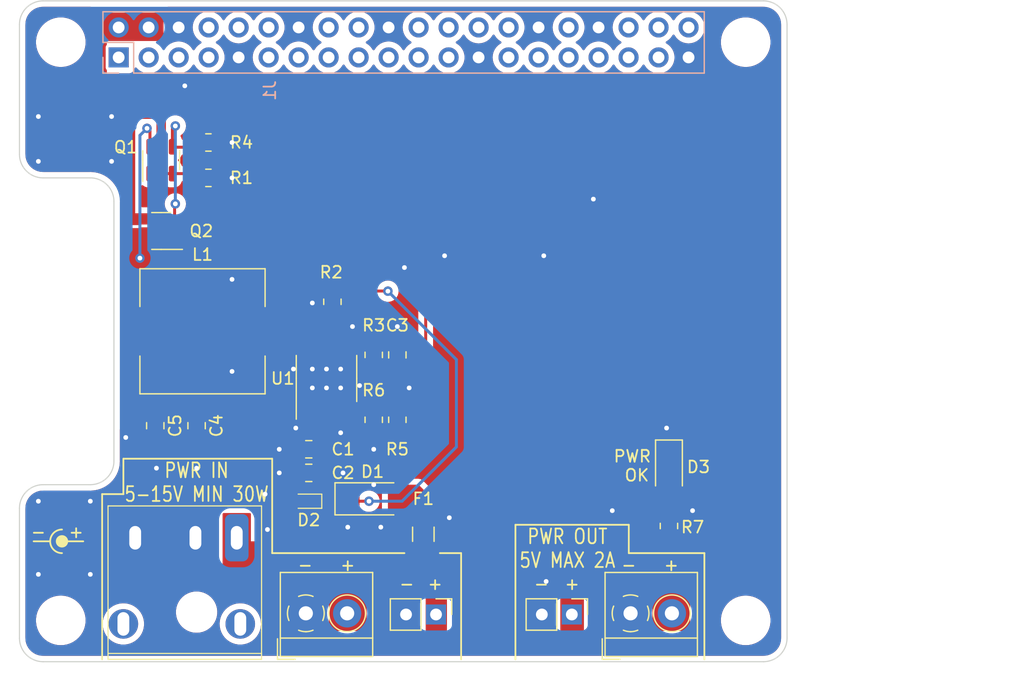
<source format=kicad_pcb>
(kicad_pcb (version 20211014) (generator pcbnew)
  (title_block (comment 4 "AISLER Project ID: PSLBPXAK"))
  (layers (0 "F.Cu" signal) (31 "B.Cu" signal) (34 "B.Paste" user) (35 "F.Paste" user) (36 "B.SilkS" user "B.Silkscreen") (37 "F.SilkS" user "F.Silkscreen") (38 "B.Mask" user) (39 "F.Mask" user) (44 "Edge.Cuts" user))
  (net 0 "")
  (net 1 "/RPI_5V")
  (net 2 "GND")
  (net 33 "VBUS")
  (net 34 "+5V")
  (net 35 "Net-(C1-Pad1)")
  (net 36 "Net-(C3-Pad1)")
  (net 37 "Net-(D3-Pad2)")
  (net 38 "Net-(Q1-Pad1)")
  (net 39 "Net-(Q1-Pad4)")
  (net 40 "Net-(L1-Pad1)")
  (net 41 "Net-(R2-Pad2)")
  (net 42 "Net-(R3-Pad2)")
  (net 43 "Net-(D1-Pad2)")
  (net 44 "Net-(R5-Pad1)")
  (footprint "Connector_PinHeader_2.54mm:PinHeader_1x02_P2.54mm_Vertical" (layer "F.Cu") (at 55.275 92 -90)
    (fp_text reference "J3" hide)
    (fp_text value "VIN")
    (fp_line (start 1.33 1.27) (end 1.33 3.87) (layer "F.SilkS") (width 0.12))
    (fp_line (start -1.33 1.27) (end 1.33 1.27) (layer "F.SilkS") (width 0.12))
    (fp_line (start -1.33 -1.33) (end 0 -1.33) (layer "F.SilkS") (width 0.12))
    (fp_line (start -1.33 0) (end -1.33 -1.33) (layer "F.SilkS") (width 0.12))
    (fp_line (start -1.33 3.87) (end 1.33 3.87) (layer "F.SilkS") (width 0.12))
    (fp_line (start -1.33 1.27) (end -1.33 3.87) (layer "F.SilkS") (width 0.12))
    (pad "1" thru_hole rect (at 0 0 270) (size 1.7 1.7) (drill 1) (layers *.Cu *.Mask) (net 33 "VBUS"))
    (pad "2" thru_hole oval (at 0 2.54 270) (size 1.7 1.7) (drill 1) (layers *.Cu *.Mask) (net 2 "GND"))
  )
  (footprint "Package_SO:HTSOP-8-1EP_3.9x4.9mm_P1.27mm_EP2.4x3.2mm" (layer "F.Cu") (at 46 72 90)
    (fp_text reference "U1" (at 0 -3.7 180) (layer "F.SilkS"))
    (fp_text value "BD9C501EFJ")
    (fp_line (start 0 -2.56) (end -3.45 -2.56) (layer "F.SilkS") (width 0.12))
    (fp_line (start 0 -2.56) (end 1.95 -2.56) (layer "F.SilkS") (width 0.12))
    (fp_line (start 0 2.56) (end 1.95 2.56) (layer "F.SilkS") (width 0.12))
    (fp_line (start 0 2.56) (end -1.95 2.56) (layer "F.SilkS") (width 0.12))
    (pad "1" smd roundrect (at -2.65 -1.905 90) (size 1.6 0.6) (layers "F.Cu" "F.Paste" "F.Mask") (net 2 "GND"))
    (pad "2" smd roundrect (at -2.65 -0.635 90) (size 1.6 0.6) (layers "F.Cu" "F.Paste" "F.Mask") (net 35 "Net-(C1-Pad1)"))
    (pad "3" smd roundrect (at -2.65 0.635 90) (size 1.6 0.6) (layers "F.Cu" "F.Paste" "F.Mask") (net 2 "GND"))
    (pad "4" smd roundrect (at -2.65 1.905 90) (size 1.6 0.6) (layers "F.Cu" "F.Paste" "F.Mask") (net 44 "Net-(R5-Pad1)"))
    (pad "5" smd roundrect (at 2.65 1.905 90) (size 1.6 0.6) (layers "F.Cu" "F.Paste" "F.Mask") (net 42 "Net-(R3-Pad2)"))
    (pad "6" smd roundrect (at 2.65 0.635 90) (size 1.6 0.6) (layers "F.Cu" "F.Paste" "F.Mask") (net 41 "Net-(R2-Pad2)"))
    (pad "7" smd roundrect (at 2.65 -0.635 90) (size 1.6 0.6) (layers "F.Cu" "F.Paste" "F.Mask") (net 40 "Net-(L1-Pad1)"))
    (pad "8" smd roundrect (at 2.65 -1.905 90) (size 1.6 0.6) (layers "F.Cu" "F.Paste" "F.Mask") (net 40 "Net-(L1-Pad1)"))
    (pad "9" smd rect locked (at 0 0 90) (size 2.4 3.2) (layers "F.Cu" "F.Mask"))
  )
  (footprint "goyman:QFN1610" (layer "F.Cu") (at 44.5 82.4 -90)
    (fp_text reference "D2" (at 1.6 0 unlocked) (layer "F.SilkS"))
    (fp_text value "ESDA25P35")
    (fp_line (start 0.6 -1.1) (end 0.6 0.9) (layer "F.SilkS") (width 0.1))
    (fp_line (start -0.6 -1.1) (end 0.6 -1.1) (layer "F.SilkS") (width 0.1))
    (fp_line (start -0.6 0.9) (end -0.6 -1.1) (layer "F.SilkS") (width 0.1))
    (pad "1" smd rect (at 0 -0.625 270) (size 0.8 0.55) (layers "F.Cu" "F.Paste" "F.Mask") (net 35 "Net-(C1-Pad1)"))
    (pad "2" smd rect (at 0 0.625 270) (size 0.8 0.55) (layers "F.Cu" "F.Paste" "F.Mask") (net 2 "GND"))
  )
  (footprint "Package_TO_SOT_SMD:SOT-23-6" (layer "F.Cu") (at 32 53.5 90)
    (fp_text reference "Q1" (at 1.1 -3 180) (layer "F.SilkS"))
    (fp_text value "DMMT5401")
    (fp_line (start 0 1.56) (end -0.8 1.56) (layer "F.SilkS") (width 0.12))
    (fp_line (start 0 -1.56) (end -1.8 -1.56) (layer "F.SilkS") (width 0.12))
    (fp_line (start 0 -1.56) (end 0.8 -1.56) (layer "F.SilkS") (width 0.12))
    (fp_line (start 0 1.56) (end 0.8 1.56) (layer "F.SilkS") (width 0.12))
    (pad "1" smd roundrect (at -1.1375 -0.95 90) (size 1.325 0.6) (layers "F.Cu" "F.Paste" "F.Mask") (net 38 "Net-(Q1-Pad1)"))
    (pad "2" smd roundrect (at -1.1375 0 90) (size 1.325 0.6) (layers "F.Cu" "F.Paste" "F.Mask") (net 38 "Net-(Q1-Pad1)"))
    (pad "3" smd roundrect (at -1.1375 0.95 90) (size 1.325 0.6) (layers "F.Cu" "F.Paste" "F.Mask") (net 38 "Net-(Q1-Pad1)"))
    (pad "4" smd roundrect (at 1.1375 0.95 90) (size 1.325 0.6) (layers "F.Cu" "F.Paste" "F.Mask") (net 39 "Net-(Q1-Pad4)"))
    (pad "5" smd roundrect (at 1.1375 0 90) (size 1.325 0.6) (layers "F.Cu" "F.Paste" "F.Mask") (net 1 "/RPI_5V"))
    (pad "6" smd roundrect (at 1.1375 -0.95 90) (size 1.325 0.6) (layers "F.Cu" "F.Paste" "F.Mask") (net 34 "+5V"))
  )
  (footprint "goyman:Barrel_Jack_54-00127" (layer "F.Cu") (at 35 91.8 90)
    (fp_text reference "J2" hide)
    (fp_text value "VIN")
    (fp_line (start -4 -7.5) (end 9 -7.5) (layer "F.SilkS") (width 0.1))
    (fp_line (start 9 -7.5) (end 9 5.5) (layer "F.SilkS") (width 0.1))
    (fp_line (start -3.5 -7.5) (end -3.5 5.5) (layer "F.SilkS") (width 0.1))
    (fp_line (start 9 5.5) (end -4 5.5) (layer "F.SilkS") (width 0.1))
    (fp_line (start -4 5.5) (end -4 -7.5) (layer "F.SilkS") (width 0.1))
    (pad "" np_thru_hole circle locked (at 0 0 90) (size 2.5 2.5) (drill 2.5) (layers *.Cu *.Mask))
    (pad "" np_thru_hole circle locked (at -1 3.7 90) (size 2.5 2.5) (drill oval 2 1) (layers *.Cu *.Mask))
    (pad "" np_thru_hole circle locked (at -1 -6.2 90) (size 2.5 2.5) (drill oval 2 1) (layers *.Cu *.Mask))
    (pad "1" thru_hole roundrect locked (at 6.3 3.4 90) (size 4 2) (drill oval 2 1) (layers *.Cu *.Mask) (net 33 "VBUS"))
    (pad "2" thru_hole roundrect locked (at 6.3 -5.2 90) (size 4 2) (drill oval 2 1) (layers *.Cu *.Mask) (net 2 "GND"))
    (pad "3" thru_hole roundrect locked (at 6.3 -0.1 90) (size 4 2) (drill oval 2 1) (layers *.Cu *.Mask) (net 2 "GND"))
  )
  (footprint "MountingHole:MountingHole_3.2mm_M3" (layer "F.Cu") (at 81.5 92.5)
    (fp_text reference "H4" hide)
    (fp_text value "MountingHole")
    (pad "" np_thru_hole circle (at 0 0) (size 3.2 3.2) (drill 3.2) (layers *.Cu *.Mask))
  )
  (footprint "Package_TO_SOT_SMD:SOT-23-6" (layer "F.Cu") (at 32 59.5 180)
    (fp_text reference "Q2" (at -3.4 0 180) (layer "F.SilkS"))
    (fp_text value "DMP2035UVT")
    (fp_line (start 0 1.56) (end 0.8 1.56) (layer "F.SilkS") (width 0.12))
    (fp_line (start 0 1.56) (end -0.8 1.56) (layer "F.SilkS") (width 0.12))
    (fp_line (start 0 -1.56) (end -1.8 -1.56) (layer "F.SilkS") (width 0.12))
    (fp_line (start 0 -1.56) (end 0.8 -1.56) (layer "F.SilkS") (width 0.12))
    (pad "1" smd roundrect (at -1.1375 -0.95 180) (size 1.325 0.6) (layers "F.Cu" "F.Paste" "F.Mask") (net 34 "+5V"))
    (pad "2" smd roundrect (at -1.1375 0 180) (size 1.325 0.6) (layers "F.Cu" "F.Paste" "F.Mask") (net 34 "+5V"))
    (pad "3" smd roundrect (at -1.1375 0.95 180) (size 1.325 0.6) (layers "F.Cu" "F.Paste" "F.Mask") (net 39 "Net-(Q1-Pad4)"))
    (pad "4" smd roundrect (at 1.1375 0.95 180) (size 1.325 0.6) (layers "F.Cu" "F.Paste" "F.Mask") (net 1 "/RPI_5V"))
    (pad "5" smd roundrect (at 1.1375 0 180) (size 1.325 0.6) (layers "F.Cu" "F.Paste" "F.Mask") (net 34 "+5V"))
    (pad "6" smd roundrect (at 1.1375 -0.95 180) (size 1.325 0.6) (layers "F.Cu" "F.Paste" "F.Mask") (net 34 "+5V"))
  )
  (footprint "Capacitor_SMD:C_0805_2012Metric" (layer "F.Cu") (at 52 70 90)
    (fp_text reference "C3" (at 2.5 0 180) (layer "F.SilkS"))
    (fp_text value "1500p")
    (fp_line (start -0.261252 0.735) (end 0.261252 0.735) (layer "F.SilkS") (width 0.12))
    (fp_line (start -0.261252 -0.735) (end 0.261252 -0.735) (layer "F.SilkS") (width 0.12))
    (pad "1" smd roundrect (at -0.95 0 90) (size 1 1.45) (layers "F.Cu" "F.Paste" "F.Mask") (net 36 "Net-(C3-Pad1)"))
    (pad "2" smd roundrect (at 0.95 0 90) (size 1 1.45) (layers "F.Cu" "F.Paste" "F.Mask") (net 2 "GND"))
  )
  (footprint "Capacitor_SMD:C_0805_2012Metric" (layer "F.Cu") (at 35 76 -90)
    (fp_text reference "C4" (at 0 -1.68 -90) (layer "F.SilkS"))
    (fp_text value "22u")
    (fp_line (start -0.261252 0.735) (end 0.261252 0.735) (layer "F.SilkS") (width 0.12))
    (fp_line (start -0.261252 -0.735) (end 0.261252 -0.735) (layer "F.SilkS") (width 0.12))
    (pad "1" smd roundrect (at -0.95 0 270) (size 1 1.45) (layers "F.Cu" "F.Paste" "F.Mask") (net 34 "+5V"))
    (pad "2" smd roundrect (at 0.95 0 270) (size 1 1.45) (layers "F.Cu" "F.Paste" "F.Mask") (net 2 "GND"))
  )
  (footprint "TerminalBlock_4Ucon:TerminalBlock_4Ucon_1x02_P3.50mm_Horizontal" (layer "F.Cu") (at 44.25 91.9)
    (fp_text reference "J4" hide)
    (fp_text value "VIN")
    (fp_line (start -2.16 -3.46) (end -2.16 3.66) (layer "F.SilkS") (width 0.12))
    (fp_line (start 5.66 -3.46) (end 5.66 3.66) (layer "F.SilkS") (width 0.12))
    (fp_line (start -2.4 3.9) (end -0.9 3.9) (layer "F.SilkS") (width 0.12))
    (fp_line (start -2.16 3.66) (end 5.66 3.66) (layer "F.SilkS") (width 0.12))
    (fp_line (start -2.16 2.1) (end 5.66 2.1) (layer "F.SilkS") (width 0.12))
    (fp_line (start -2.4 2.16) (end -2.4 3.9) (layer "F.SilkS") (width 0.12))
    (fp_line (start -2.16 -3.46) (end 5.66 -3.46) (layer "F.SilkS") (width 0.12))
    (fp_arc (start 0.027011 1.555493) (mid -0.296984 1.527118) (end -0.608 1.432) (layer "F.SilkS") (width 0.12))
    (fp_arc (start -0.607742 -1.432109) (mid 0.00014 -1.555727) (end 0.608 -1.432) (layer "F.SilkS") (width 0.12))
    (fp_arc (start 1.432109 -0.607742) (mid 1.555727 0.00014) (end 1.432 0.608) (layer "F.SilkS") (width 0.12))
    (fp_arc (start -1.432109 0.607742) (mid -1.555727 -0.00014) (end -1.432 -0.608) (layer "F.SilkS") (width 0.12))
    (fp_arc (start 0.607587 1.431385) (mid 0.310017 1.523783) (end 0 1.555) (layer "F.SilkS") (width 0.12))
    (fp_circle (center 3.5 0) (end 5.055 0) (layer "F.SilkS") (width 0.12) (fill none))
    (pad "1" thru_hole rect (at 0 0) (size 2.4 2.4) (drill 1.2) (layers *.Cu *.Mask) (net 2 "GND"))
    (pad "2" thru_hole circle (at 3.5 0) (size 2.4 2.4) (drill 1.2) (layers *.Cu *.Mask) (net 33 "VBUS"))
  )
  (footprint "Capacitor_SMD:C_0805_2012Metric" (layer "F.Cu") (at 44.5 80 180)
    (fp_text reference "C2" (at -2.9 0) (layer "F.SilkS"))
    (fp_text value "10u")
    (fp_line (start -0.261252 0.735) (end 0.261252 0.735) (layer "F.SilkS") (width 0.12))
    (fp_line (start -0.261252 -0.735) (end 0.261252 -0.735) (layer "F.SilkS") (width 0.12))
    (pad "1" smd roundrect (at -0.95 0 180) (size 1 1.45) (layers "F.Cu" "F.Paste" "F.Mask") (net 35 "Net-(C1-Pad1)"))
    (pad "2" smd roundrect (at 0.95 0 180) (size 1 1.45) (layers "F.Cu" "F.Paste" "F.Mask") (net 2 "GND"))
  )
  (footprint "Resistor_SMD:R_0805_2012Metric" (layer "F.Cu") (at 50 75.5 90)
    (fp_text reference "R6" (at 2.5 0 180) (layer "F.SilkS"))
    (fp_text value "820R")
    (fp_line (start -0.227064 -0.735) (end 0.227064 -0.735) (layer "F.SilkS") (width 0.12))
    (fp_line (start -0.227064 0.735) (end 0.227064 0.735) (layer "F.SilkS") (width 0.12))
    (pad "1" smd roundrect (at -0.9125 0 90) (size 1.025 1.4) (layers "F.Cu" "F.Paste" "F.Mask") (roundrect_rratio 0.243902439) (net 2 "GND"))
    (pad "2" smd roundrect (at 0.9125 0 90) (size 1.025 1.4) (layers "F.Cu" "F.Paste" "F.Mask") (roundrect_rratio 0.243902439) (net 44 "Net-(R5-Pad1)"))
  )
  (footprint "MountingHole:MountingHole_3.2mm_M3" (layer "F.Cu") (at 81.5 43.5)
    (fp_text reference "H1" hide)
    (fp_text value "MountingHole")
    (pad "" np_thru_hole circle (at 0 0) (size 3.2 3.2) (drill 3.2) (layers *.Cu *.Mask))
  )
  (footprint "Connector_PinHeader_2.54mm:PinHeader_1x02_P2.54mm_Vertical" (layer "F.Cu") (at 66.775 92 -90)
    (fp_text reference "J5" hide)
    (fp_text value "5V")
    (fp_line (start -1.33 0) (end -1.33 -1.33) (layer "F.SilkS") (width 0.12))
    (fp_line (start -1.33 1.27) (end -1.33 3.87) (layer "F.SilkS") (width 0.12))
    (fp_line (start 1.33 1.27) (end 1.33 3.87) (layer "F.SilkS") (width 0.12))
    (fp_line (start -1.33 3.87) (end 1.33 3.87) (layer "F.SilkS") (width 0.12))
    (fp_line (start -1.33 1.27) (end 1.33 1.27) (layer "F.SilkS") (width 0.12))
    (fp_line (start -1.33 -1.33) (end 0 -1.33) (layer "F.SilkS") (width 0.12))
    (pad "1" thru_hole rect (at 0 0 270) (size 1.7 1.7) (drill 1) (layers *.Cu *.Mask) (net 34 "+5V"))
    (pad "2" thru_hole oval (at 0 2.54 270) (size 1.7 1.7) (drill 1) (layers *.Cu *.Mask) (net 2 "GND"))
  )
  (footprint "Resistor_SMD:R_0805_2012Metric" (layer "F.Cu") (at 36 52 180)
    (fp_text reference "R4" (at -2.8 0 180) (layer "F.SilkS"))
    (fp_text value "47k")
    (fp_line (start -0.227064 0.735) (end 0.227064 0.735) (layer "F.SilkS") (width 0.12))
    (fp_line (start -0.227064 -0.735) (end 0.227064 -0.735) (layer "F.SilkS") (width 0.12))
    (pad "1" smd roundrect (at -0.9125 0 180) (size 1.025 1.4) (layers "F.Cu" "F.Paste" "F.Mask") (roundrect_rratio 0.243902439) (net 2 "GND"))
    (pad "2" smd roundrect (at 0.9125 0 180) (size 1.025 1.4) (layers "F.Cu" "F.Paste" "F.Mask") (roundrect_rratio 0.243902439) (net 39 "Net-(Q1-Pad4)"))
  )
  (footprint "Resistor_SMD:R_0805_2012Metric" (layer "F.Cu") (at 36 55 180)
    (fp_text reference "R1" (at -2.8 0) (layer "F.SilkS"))
    (fp_text value "10k")
    (fp_line (start -0.227064 -0.735) (end 0.227064 -0.735) (layer "F.SilkS") (width 0.12))
    (fp_line (start -0.227064 0.735) (end 0.227064 0.735) (layer "F.SilkS") (width 0.12))
    (pad "1" smd roundrect (at -0.9125 0 180) (size 1.025 1.4) (layers "F.Cu" "F.Paste" "F.Mask") (roundrect_rratio 0.243902439) (net 2 "GND"))
    (pad "2" smd roundrect (at 0.9125 0 180) (size 1.025 1.4) (layers "F.Cu" "F.Paste" "F.Mask") (roundrect_rratio 0.243902439) (net 38 "Net-(Q1-Pad1)"))
  )
  (footprint "Resistor_SMD:R_0805_2012Metric" (layer "F.Cu") (at 50 70 90)
    (fp_text reference "R3" (at 2.5 0 180) (layer "F.SilkS"))
    (fp_text value "31k6")
    (fp_line (start -0.227064 0.735) (end 0.227064 0.735) (layer "F.SilkS") (width 0.12))
    (fp_line (start -0.227064 -0.735) (end 0.227064 -0.735) (layer "F.SilkS") (width 0.12))
    (pad "1" smd roundrect (at -0.9125 0 90) (size 1.025 1.4) (layers "F.Cu" "F.Paste" "F.Mask") (roundrect_rratio 0.243902439) (net 36 "Net-(C3-Pad1)"))
    (pad "2" smd roundrect (at 0.9125 0 90) (size 1.025 1.4) (layers "F.Cu" "F.Paste" "F.Mask") (roundrect_rratio 0.243902439) (net 42 "Net-(R3-Pad2)"))
  )
  (footprint "MountingHole:MountingHole_3.2mm_M3" (layer "F.Cu") (at 23.5 92.5)
    (fp_text reference "H2" hide)
    (fp_text value "MountingHole")
    (pad "" np_thru_hole circle (at 0 0) (size 3.2 3.2) (drill 3.2) (layers *.Cu *.Mask))
  )
  (footprint "LED_SMD:LED_1206_3216Metric" (layer "F.Cu") (at 75 79.5 -90)
    (fp_text reference "D3" (at 0 -2.5 180) (layer "F.SilkS"))
    (fp_text value "LED")
    (fp_line (start -2.285 1.135) (end 1.6 1.135) (layer "F.SilkS") (width 0.12))
    (fp_line (start 1.6 -1.135) (end -2.285 -1.135) (layer "F.SilkS") (width 0.12))
    (fp_line (start -2.285 -1.135) (end -2.285 1.135) (layer "F.SilkS") (width 0.12))
    (pad "1" smd roundrect (at -1.4 0 270) (size 1.25 1.75) (layers "F.Cu" "F.Paste" "F.Mask") (roundrect_rratio 0.2) (net 2 "GND"))
    (pad "2" smd roundrect (at 1.4 0 270) (size 1.25 1.75) (layers "F.Cu" "F.Paste" "F.Mask") (roundrect_rratio 0.2) (net 37 "Net-(D3-Pad2)"))
  )
  (footprint "Capacitor_SMD:C_0805_2012Metric" (layer "F.Cu") (at 31.5 76 -90)
    (fp_text reference "C5" (at 0 -1.68 -90) (layer "F.SilkS"))
    (fp_text value "22u")
    (fp_line (start -0.261252 -0.735) (end 0.261252 -0.735) (layer "F.SilkS") (width 0.12))
    (fp_line (start -0.261252 0.735) (end 0.261252 0.735) (layer "F.SilkS") (width 0.12))
    (pad "1" smd roundrect (at -0.95 0 270) (size 1 1.45) (layers "F.Cu" "F.Paste" "F.Mask") (net 34 "+5V"))
    (pad "2" smd roundrect (at 0.95 0 270) (size 1 1.45) (layers "F.Cu" "F.Paste" "F.Mask") (net 2 "GND"))
  )
  (footprint "Resistor_SMD:R_0805_2012Metric" (layer "F.Cu") (at 75 84.5 -90)
    (fp_text reference "R7" (at 0.1 -2 180) (layer "F.SilkS"))
    (fp_text value "100R")
    (fp_line (start -0.227064 0.735) (end 0.227064 0.735) (layer "F.SilkS") (width 0.12))
    (fp_line (start -0.227064 -0.735) (end 0.227064 -0.735) (layer "F.SilkS") (width 0.12))
    (pad "1" smd roundrect (at -0.9125 0 270) (size 1.025 1.4) (layers "F.Cu" "F.Paste" "F.Mask") (roundrect_rratio 0.243902439) (net 37 "Net-(D3-Pad2)"))
    (pad "2" smd roundrect (at 0.9125 0 270) (size 1.025 1.4) (layers "F.Cu" "F.Paste" "F.Mask") (roundrect_rratio 0.243902439) (net 34 "+5V"))
  )
  (footprint "Diode_SMD:D_SOD-128" (layer "F.Cu") (at 49.8 82.2)
    (fp_text reference "D1" (at 0.1 -2.3 180) (layer "F.SilkS"))
    (fp_text value "Rev Prot")
    (fp_line (start -3.08 1.36) (end 1.9 1.36) (layer "F.SilkS") (width 0.12))
    (fp_line (start -3.08 -1.36) (end -3.08 1.36) (layer "F.SilkS") (width 0.12))
    (fp_line (start -3.08 -1.36) (end 1.9 -1.36) (layer "F.SilkS") (width 0.12))
    (pad "1" smd rect (at -2.2 0) (size 1.4 2.1) (layers "F.Cu" "F.Paste" "F.Mask") (net 35 "Net-(C1-Pad1)"))
    (pad "2" smd rect (at 2.2 0) (size 1.4 2.1) (layers "F.Cu" "F.Paste" "F.Mask") (net 43 "Net-(D1-Pad2)"))
  )
  (footprint "TerminalBlock_4Ucon:TerminalBlock_4Ucon_1x02_P3.50mm_Horizontal" (layer "F.Cu") (at 71.75 91.9)
    (fp_text reference "J6" hide)
    (fp_text value "5V")
    (fp_line (start -2.4 2.16) (end -2.4 3.9) (layer "F.SilkS") (width 0.12))
    (fp_line (start -2.16 -3.46) (end -2.16 3.66) (layer "F.SilkS") (width 0.12))
    (fp_line (start -2.16 -3.46) (end 5.66 -3.46) (layer "F.SilkS") (width 0.12))
    (fp_line (start -2.16 3.66) (end 5.66 3.66) (layer "F.SilkS") (width 0.12))
    (fp_line (start 5.66 -3.46) (end 5.66 3.66) (layer "F.SilkS") (width 0.12))
    (fp_line (start -2.4 3.9) (end -0.9 3.9) (layer "F.SilkS") (width 0.12))
    (fp_line (start -2.16 2.1) (end 5.66 2.1) (layer "F.SilkS") (width 0.12))
    (fp_arc (start -1.432109 0.607742) (mid -1.555727 -0.00014) (end -1.432 -0.608) (layer "F.SilkS") (width 0.12))
    (fp_arc (start 0.607587 1.431385) (mid 0.310017 1.523783) (end 0 1.555) (layer "F.SilkS") (width 0.12))
    (fp_arc (start 1.432109 -0.607742) (mid 1.555727 0.00014) (end 1.432 0.608) (layer "F.SilkS") (width 0.12))
    (fp_arc (start 0.027011 1.555493) (mid -0.296984 1.527118) (end -0.608 1.432) (layer "F.SilkS") (width 0.12))
    (fp_arc (start -0.607742 -1.432109) (mid 0.00014 -1.555727) (end 0.608 -1.432) (layer "F.SilkS") (width 0.12))
    (fp_circle (center 3.5 0) (end 5.055 0) (layer "F.SilkS") (width 0.12) (fill none))
    (pad "1" thru_hole rect (at 0 0) (size 2.4 2.4) (drill 1.2) (layers *.Cu *.Mask) (net 2 "GND"))
    (pad "2" thru_hole circle (at 3.5 0) (size 2.4 2.4) (drill 1.2) (layers *.Cu *.Mask) (net 34 "+5V"))
  )
  (footprint "Resistor_SMD:R_0805_2012Metric" (layer "F.Cu") (at 46.5 65.5 -90)
    (fp_text reference "R2" (at -2.5 0.1) (layer "F.SilkS"))
    (fp_text value "10k")
    (fp_line (start -0.227064 0.735) (end 0.227064 0.735) (layer "F.SilkS") (width 0.12))
    (fp_line (start -0.227064 -0.735) (end 0.227064 -0.735) (layer "F.SilkS") (width 0.12))
    (pad "1" smd roundrect (at -0.9125 0 270) (size 1.025 1.4) (layers "F.Cu" "F.Paste" "F.Mask") (roundrect_rratio 0.243902439) (net 35 "Net-(C1-Pad1)"))
    (pad "2" smd roundrect (at 0.9125 0 270) (size 1.025 1.4) (layers "F.Cu" "F.Paste" "F.Mask") (roundrect_rratio 0.243902439) (net 41 "Net-(R2-Pad2)"))
  )
  (footprint "Capacitor_SMD:C_0805_2012Metric" (layer "F.Cu") (at 44.5 78 180)
    (fp_text reference "C1" (at -2.9 0) (layer "F.SilkS"))
    (fp_text value "100n")
    (fp_line (start -0.261252 -0.735) (end 0.261252 -0.735) (layer "F.SilkS") (width 0.12))
    (fp_line (start -0.261252 0.735) (end 0.261252 0.735) (layer "F.SilkS") (width 0.12))
    (pad "1" smd roundrect (at -0.95 0 180) (size 1 1.45) (layers "F.Cu" "F.Paste" "F.Mask") (net 35 "Net-(C1-Pad1)"))
    (pad "2" smd roundrect (at 0.95 0 180) (size 1 1.45) (layers "F.Cu" "F.Paste" "F.Mask") (net 2 "GND"))
  )
  (footprint "Fuse:Fuse_1206_3216Metric" (layer "F.Cu") (at 54.2 85.2 90)
    (fp_text reference "F1" (at 3 0 180) (layer "F.SilkS"))
    (fp_text value "Fuse")
    (fp_line (start -0.602064 -0.91) (end 0.602064 -0.91) (layer "F.SilkS") (width 0.12))
    (fp_line (start -0.602064 0.91) (end 0.602064 0.91) (layer "F.SilkS") (width 0.12))
    (pad "1" smd roundrect (at -1.4 0 90) (size 1.25 1.75) (layers "F.Cu" "F.Paste" "F.Mask") (roundrect_rratio 0.2) (net 33 "VBUS"))
    (pad "2" smd roundrect (at 1.4 0 90) (size 1.25 1.75) (layers "F.Cu" "F.Paste" "F.Mask") (roundrect_rratio 0.2) (net 43 "Net-(D1-Pad2)"))
  )
  (footprint "Resistor_SMD:R_0805_2012Metric" (layer "F.Cu") (at 52 75.5 -90)
    (fp_text reference "R5" (at 2.5 0) (layer "F.SilkS"))
    (fp_text value "4k3")
    (fp_line (start -0.227064 0.735) (end 0.227064 0.735) (layer "F.SilkS") (width 0.12))
    (fp_line (start -0.227064 -0.735) (end 0.227064 -0.735) (layer "F.SilkS") (width 0.12))
    (pad "1" smd roundrect (at -0.9125 0 270) (size 1.025 1.4) (layers "F.Cu" "F.Paste" "F.Mask") (roundrect_rratio 0.243902439) (net 44 "Net-(R5-Pad1)"))
    (pad "2" smd roundrect (at 0.9125 0 270) (size 1.025 1.4) (layers "F.Cu" "F.Paste" "F.Mask") (roundrect_rratio 0.243902439) (net 34 "+5V"))
  )
  (footprint "MountingHole:MountingHole_3.2mm_M3" (layer "F.Cu") (at 23.5 43.5)
    (fp_text reference "H3" hide)
    (fp_text value "MountingHole")
    (pad "" np_thru_hole circle (at 0 0) (size 3.2 3.2) (drill 3.2) (layers *.Cu *.Mask))
  )
  (footprint "Inductor_SMD:L_10.4x10.4_H4.8" (layer "F.Cu") (at 35.5 68 180)
    (fp_text reference "L1" (at 0 6.5) (layer "F.SilkS"))
    (fp_text value "3u9")
    (fp_line (start -5.3 -2.1) (end -5.3 -5.3) (layer "F.SilkS") (width 0.12))
    (fp_line (start -5.3 -5.3) (end 5.3 -5.3) (layer "F.SilkS") (width 0.12))
    (fp_line (start 5.3 5.3) (end -5.3 5.3) (layer "F.SilkS") (width 0.12))
    (fp_line (start -5.3 5.3) (end -5.3 2.1) (layer "F.SilkS") (width 0.12))
    (fp_line (start 5.3 -5.3) (end 5.3 -2.1) (layer "F.SilkS") (width 0.12))
    (fp_line (start 5.3 2.1) (end 5.3 5.3) (layer "F.SilkS") (width 0.12))
    (pad "1" smd rect (at -4.15 0 180) (size 2.7 3.6) (layers "F.Cu" "F.Paste" "F.Mask") (net 40 "Net-(L1-Pad1)"))
    (pad "2" smd rect (at 4.15 0 180) (size 2.7 3.6) (layers "F.Cu" "F.Paste" "F.Mask") (net 34 "+5V"))
  )
  (footprint "Connector_PinSocket_2.54mm:PinSocket_2x20_P2.54mm_Vertical" (layer "B.Cu") (at 28.4 44.79 -90)
    (fp_text reference "J1" (at 2.81 -12.8 90) (layer "B.SilkS") (effects (justify mirror)))
    (fp_text value "PI")
    (fp_line (start 1.33 1.33) (end 1.33 0) (layer "B.SilkS") (width 0.12))
    (fp_line (start 0 1.33) (end 1.33 1.33) (layer "B.SilkS") (width 0.12))
    (fp_line (start -1.27 -1.27) (end 1.33 -1.27) (layer "B.SilkS") (width 0.12))
    (fp_line (start -1.27 1.33) (end -1.27 -1.27) (layer "B.SilkS") (width 0.12))
    (fp_line (start -3.87 1.33) (end -3.87 -49.59) (layer "B.SilkS") (width 0.12))
    (fp_line (start -3.87 -49.59) (end 1.33 -49.59) (layer "B.SilkS") (width 0.12))
    (fp_line (start -3.87 1.33) (end -1.27 1.33) (layer "B.SilkS") (width 0.12))
    (fp_line (start 1.33 -1.27) (end 1.33 -49.59) (layer "B.SilkS") (width 0.12))
    (pad "1" thru_hole rect (at 0 0 270) (size 1.7 1.7) (drill 1) (layers *.Cu *.Mask))
    (pad "2" thru_hole oval (at -2.54 0 270) (size 1.7 1.7) (drill 1) (layers *.Cu *.Mask) (net 1 "/RPI_5V"))
    (pad "3" thru_hole oval (at 0 -2.54 270) (size 1.7 1.7) (drill 1) (layers *.Cu *.Mask))
    (pad "4" thru_hole oval (at -2.54 -2.54 270) (size 1.7 1.7) (drill 1) (layers *.Cu *.Mask) (net 1 "/RPI_5V"))
    (pad "5" thru_hole oval (at 0 -5.08 270) (size 1.7 1.7) (drill 1) (layers *.Cu *.Mask))
    (pad "6" thru_hole oval (at -2.54 -5.08 270) (size 1.7 1.7) (drill 1) (layers *.Cu *.Mask) (net 2 "GND"))
    (pad "7" thru_hole oval (at 0 -7.62 270) (size 1.7 1.7) (drill 1) (layers *.Cu *.Mask))
    (pad "8" thru_hole oval (at -2.54 -7.62 270) (size 1.7 1.7) (drill 1) (layers *.Cu *.Mask))
    (pad "9" thru_hole oval (at 0 -10.16 270) (size 1.7 1.7) (drill 1) (layers *.Cu *.Mask) (net 2 "GND"))
    (pad "10" thru_hole oval (at -2.54 -10.16 270) (size 1.7 1.7) (drill 1) (layers *.Cu *.Mask))
    (pad "11" thru_hole oval (at 0 -12.7 270) (size 1.7 1.7) (drill 1) (layers *.Cu *.Mask))
    (pad "12" thru_hole oval (at -2.54 -12.7 270) (size 1.7 1.7) (drill 1) (layers *.Cu *.Mask))
    (pad "13" thru_hole oval (at 0 -15.24 270) (size 1.7 1.7) (drill 1) (layers *.Cu *.Mask))
    (pad "14" thru_hole oval (at -2.54 -15.24 270) (size 1.7 1.7) (drill 1) (layers *.Cu *.Mask) (net 2 "GND"))
    (pad "15" thru_hole oval (at 0 -17.78 270) (size 1.7 1.7) (drill 1) (layers *.Cu *.Mask))
    (pad "16" thru_hole oval (at -2.54 -17.78 270) (size 1.7 1.7) (drill 1) (layers *.Cu *.Mask))
    (pad "17" thru_hole oval (at 0 -20.32 270) (size 1.7 1.7) (drill 1) (layers *.Cu *.Mask))
    (pad "18" thru_hole oval (at -2.54 -20.32 270) (size 1.7 1.7) (drill 1) (layers *.Cu *.Mask))
    (pad "19" thru_hole oval (at 0 -22.86 270) (size 1.7 1.7) (drill 1) (layers *.Cu *.Mask))
    (pad "20" thru_hole oval (at -2.54 -22.86 270) (size 1.7 1.7) (drill 1) (layers *.Cu *.Mask) (net 2 "GND"))
    (pad "21" thru_hole oval (at 0 -25.4 270) (size 1.7 1.7) (drill 1) (layers *.Cu *.Mask))
    (pad "22" thru_hole oval (at -2.54 -25.4 270) (size 1.7 1.7) (drill 1) (layers *.Cu *.Mask))
    (pad "23" thru_hole oval (at 0 -27.94 270) (size 1.7 1.7) (drill 1) (layers *.Cu *.Mask))
    (pad "24" thru_hole oval (at -2.54 -27.94 270) (size 1.7 1.7) (drill 1) (layers *.Cu *.Mask))
    (pad "25" thru_hole oval (at 0 -30.48 270) (size 1.7 1.7) (drill 1) (layers *.Cu *.Mask) (net 2 "GND"))
    (pad "26" thru_hole oval (at -2.54 -30.48 270) (size 1.7 1.7) (drill 1) (layers *.Cu *.Mask))
    (pad "27" thru_hole oval (at 0 -33.02 270) (size 1.7 1.7) (drill 1) (layers *.Cu *.Mask))
    (pad "28" thru_hole oval (at -2.54 -33.02 270) (size 1.7 1.7) (drill 1) (layers *.Cu *.Mask))
    (pad "29" thru_hole oval (at 0 -35.56 270) (size 1.7 1.7) (drill 1) (layers *.Cu *.Mask))
    (pad "30" thru_hole oval (at -2.54 -35.56 270) (size 1.7 1.7) (drill 1) (layers *.Cu *.Mask) (net 2 "GND"))
    (pad "31" thru_hole oval (at 0 -38.1 270) (size 1.7 1.7) (drill 1) (layers *.Cu *.Mask))
    (pad "32" thru_hole oval (at -2.54 -38.1 270) (size 1.7 1.7) (drill 1) (layers *.Cu *.Mask))
    (pad "33" thru_hole oval (at 0 -40.64 270) (size 1.7 1.7) (drill 1) (layers *.Cu *.Mask))
    (pad "34" thru_hole oval (at -2.54 -40.64 270) (size 1.7 1.7) (drill 1) (layers *.Cu *.Mask) (net 2 "GND"))
    (pad "35" thru_hole oval (at 0 -43.18 270) (size 1.7 1.7) (drill 1) (layers *.Cu *.Mask))
    (pad "36" thru_hole oval (at -2.54 -43.18 270) (size 1.7 1.7) (drill 1) (layers *.Cu *.Mask))
    (pad "37" thru_hole oval (at 0 -45.72 270) (size 1.7 1.7) (drill 1) (layers *.Cu *.Mask))
    (pad "38" thru_hole oval (at -2.54 -45.72 270) (size 1.7 1.7) (drill 1) (layers *.Cu *.Mask))
    (pad "39" thru_hole oval (at 0 -48.26 270) (size 1.7 1.7) (drill 1) (layers *.Cu *.Mask) (net 2 "GND"))
    (pad "40" thru_hole oval (at -2.54 -48.26 270) (size 1.7 1.7) (drill 1) (layers *.Cu *.Mask))
  )
  (gr_line (start 52.6 86.8) (end 41.4 86.8) (layer "F.SilkS") (width 0.15))
  (gr_line (start 23.6 85.8) (end 25.4 85.8) (layer "F.SilkS") (width 0.15))
  (gr_line (start 57.4 86.8) (end 55.6 86.8) (layer "F.SilkS") (width 0.15))
  (gr_line (start 78 86.8) (end 71.6 86.8) (layer "F.SilkS") (width 0.15))
  (gr_line (start 62 84.4) (end 62 95.8) (layer "F.SilkS") (width 0.15))
  (gr_line (start 41.4 86.8) (end 41.4 78.8) (layer "F.SilkS") (width 0.15))
  (gr_line (start 27 81.8) (end 27 95.8) (layer "F.SilkS") (width 0.15))
  (gr_circle (center 23.6 85.8) (end 24.047214 85.8) (layer "F.SilkS") (width 0.15) (fill solid))
  (gr_line (start 28.8 78.8) (end 28.8 81.8) (layer "F.SilkS") (width 0.15))
  (gr_arc (start 23.6 86.8) (mid 22.6 85.8) (end 23.6 84.8) (layer "F.SilkS") (width 0.15))
  (gr_line (start 22.6 85.8) (end 21.2 85.8) (layer "F.SilkS") (width 0.15))
  (gr_line (start 28.8 81.8) (end 27 81.8) (layer "F.SilkS") (width 0.15))
  (gr_line (start 78 95.8) (end 78 86.8) (layer "F.SilkS") (width 0.15))
  (gr_line (start 57.4 95.8) (end 57.4 86.8) (layer "F.SilkS") (width 0.15))
  (gr_line (start 41.4 78.8) (end 28.8 78.8) (layer "F.SilkS") (width 0.15))
  (gr_line (start 71.6 84.4) (end 62 84.4) (layer "F.SilkS") (width 0.15))
  (gr_line (start 71.6 86.8) (end 71.6 84.4) (layer "F.SilkS") (width 0.15))
  (gr_arc (start 26 55) (mid 27.414214 55.585786) (end 28 57) (layer "Edge.Cuts") (width 0.1))
  (gr_arc (start 85 94) (mid 84.414214 95.414214) (end 83 96) (layer "Edge.Cuts") (width 0.1))
  (gr_arc (start 83 40) (mid 84.414214 40.585786) (end 85 42) (layer "Edge.Cuts") (width 0.1))
  (gr_line (start 85 94) (end 85 42) (layer "Edge.Cuts") (width 0.1))
  (gr_arc (start 22 55) (mid 20.585786 54.414214) (end 20 53) (layer "Edge.Cuts") (width 0.1))
  (gr_line (start 20 53) (end 20 42) (layer "Edge.Cuts") (width 0.1))
  (gr_line (start 83 40) (end 22 40) (layer "Edge.Cuts") (width 0.1))
  (gr_arc (start 28 79) (mid 27.414214 80.414214) (end 26 81) (layer "Edge.Cuts") (width 0.1))
  (gr_line (start 22 96) (end 83 96) (layer "Edge.Cuts") (width 0.1))
  (gr_line (start 22 55) (end 26 55) (layer "Edge.Cuts") (width 0.1))
  (gr_line (start 26 81) (end 22 81) (layer "Edge.Cuts") (width 0.1))
  (gr_arc (start 20 83) (mid 20.585786 81.585786) (end 22 81) (layer "Edge.Cuts") (width 0.1))
  (gr_arc (start 20 42) (mid 20.585786 40.585786) (end 22 40) (layer "Edge.Cuts") (width 0.1))
  (gr_line (start 28 57) (end 28 79) (layer "Edge.Cuts") (width 0.1))
  (gr_line (start 20 83) (end 20 94) (layer "Edge.Cuts") (width 0.1))
  (gr_arc (start 22 96) (mid 20.585786 95.414214) (end 20 94) (layer "Edge.Cuts") (width 0.1))
  (gr_text "-" (at 44.2 87.8) (layer "F.SilkS") (effects (font (size 1 1))))
  (gr_text "-" (at 71.6 87.8) (layer "F.SilkS") (effects (font (size 1 1))))
  (gr_text "PWR IN\n5-15V MIN 30W" (at 35 80.8) (layer "F.SilkS") (effects (font (size 1.25 1))))
  (gr_text "-" (at 52.8 89.4) (layer "F.SilkS") (effects (font (size 1 1))))
  (gr_text "+" (at 55.2 89.4) (layer "F.SilkS") (effects (font (size 1 1))))
  (gr_text "PWR\n OK" (at 71.9 79.4) (layer "F.SilkS") (effects (font (size 1 1))))
  (gr_text "+" (at 47.8 87.8) (layer "F.SilkS") (effects (font (size 1 1))))
  (gr_text "-" (at 64.2 89.4) (layer "F.SilkS") (effects (font (size 1 1))))
  (gr_text "PWR OUT\n5V MAX 2A" (at 66.4 86.4) (layer "F.SilkS") (effects (font (size 1.25 1))))
  (gr_text "+" (at 24.8 85) (layer "F.SilkS") (effects (font (size 1 1))))
  (gr_text "+" (at 66.8 89.4) (layer "F.SilkS") (effects (font (size 1 1))))
  (gr_text "-" (at 21.6 85) (layer "F.SilkS") (effects (font (size 1 1))))
  (gr_text "+" (at 75.2 87.8) (layer "F.SilkS") (effects (font (size 1 1))))
  (segment (start 52 69.05) (end 52 67.6) (width 0.25) (layer "F.Cu") (net 2))
  (segment (start 41.4 82.4) (end 43.875 82.4) (width 0.25) (layer "F.Cu") (net 2))
  (segment (start 31.5 79.5) (end 31.6 79.6) (width 0.25) (layer "F.Cu") (net 2))
  (segment (start 36.9125 55) (end 38 55) (width 0.25) (layer "F.Cu") (net 2))
  (segment (start 75 76.4) (end 74.8 76.2) (width 0.25) (layer "F.Cu") (net 2))
  (segment (start 75 78.1) (end 75 76.4) (width 0.25) (layer "F.Cu") (net 2))
  (segment (start 40.8 81.8) (end 41.4 82.4) (width 0.25) (layer "F.Cu") (net 2))
  (segment (start 44.095 74.65) (end 44.095 75.505) (width 0.25) (layer "F.Cu") (net 2))
  (segment (start 43.55 80) (end 42 80) (width 0.25) (layer "F.Cu") (net 2))
  (segment (start 50 76.4125) (end 50 78) (width 0.25) (layer "F.Cu") (net 2))
  (segment (start 31.5 77.975) (end 31.5 79.5) (width 0.25) (layer "F.Cu") (net 2))
  (segment (start 46.635 76.035) (end 47.2 76.6) (width 0.25) (layer "F.Cu") (net 2))
  (segment (start 35 77.975) (end 35 79.6) (width 0.25) (layer "F.Cu") (net 2))
  (segment (start 43.55 78) (end 42 78) (width 0.25) (layer "F.Cu") (net 2))
  (segment (start 36.9125 52) (end 38 52) (width 0.25) (layer "F.Cu") (net 2))
  (segment (start 44.095 75.505) (end 43.4 76.2) (width 0.25) (layer "F.Cu") (net 2))
  (segment (start 46.635 74.65) (end 46.635 76.035) (width 0.25) (layer "F.Cu") (net 2))
  (via (at 27.8 53.6) (size 0.8) (drill 0.4) (layers "F.Cu" "B.Cu") (net 2))
  (via (at 52 67.6) (size 0.8) (drill 0.4) (layers "F.Cu" "B.Cu") (net 2))
  (via (at 38 71.4) (size 0.8) (drill 0.4) (layers "F.Cu" "B.Cu") (net 2))
  (via (at 42 78) (size 0.8) (drill 0.4) (layers "F.Cu" "B.Cu") (net 2))
  (via (at 64.6 89.2) (size 0.8) (drill 0.4) (layers "F.Cu" "B.Cu") (net 2))
  (via (at 29 77) (size 0.8) (drill 0.4) (layers "F.Cu" "B.Cu") (net 2))
  (via (at 47.2 72.8) (size 0.8) (drill 0.4) (layers "F.Cu" "B.Cu") (net 2))
  (via (at 38 63.6) (size 0.8) (drill 0.4) (layers "F.Cu" "B.Cu") (net 2))
  (via (at 26 88.6) (size 0.8) (drill 0.4) (layers "F.Cu" "B.Cu") (net 2))
  (via (at 70.2 83.2) (size 0.8) (drill 0.4) (layers "F.Cu" "B.Cu") (net 2))
  (via (at 47.8 84.6) (size 0.8) (drill 0.4) (layers "F.Cu" "B.Cu") (net 2))
  (via (at 35 79.6) (size 0.8) (drill 0.4) (layers "F.Cu" "B.Cu") (net 2))
  (via (at 38 52) (size 0.8) (drill 0.4) (layers "F.Cu" "B.Cu") (net 2))
  (via (at 50.6 84.6) (size 0.8) (drill 0.4) (layers "F.Cu" "B.Cu") (net 2))
  (via (at 48.2 67.6) (size 0.8) (drill 0.4) (layers "F.Cu" "B.Cu") (net 2))
  (via (at 77 83.2) (size 0.8) (drill 0.4) (layers "F.Cu" "B.Cu") (net 2))
  (via (at 50 81) (size 0.8) (drill 0.4) (layers "F.Cu" "B.Cu") (net 2))
  (via (at 38 55) (size 0.8) (drill 0.4) (layers "F.Cu" "B.Cu") (net 2))
  (via (at 68.6 56.8) (size 0.8) (drill 0.4) (layers "F.Cu" "B.Cu") (net 2))
  (via (at 21.6 49.8) (size 0.8) (drill 0.4) (layers "F.Cu" "B.Cu") (net 2))
  (via (at 41 84.8) (size 0.8) (drill 0.4) (layers "F.Cu" "B.Cu") (net 2))
  (via (at 47.4 80) (size 0.8) (drill 0.4) (layers "F.Cu" "B.Cu") (net 2))
  (via (at 46 71.2) (size 0.8) (drill 0.4) (layers "F.Cu" "B.Cu") (net 2))
  (via (at 46 72.8) (size 0.8) (drill 0.4) (layers "F.Cu" "B.Cu") (net 2))
  (via (at 44.8 72.8) (size 0.8) (drill 0.4) (layers "F.Cu" "B.Cu") (net 2))
  (via (at 47.2 76.6) (size 0.8) (drill 0.4) (layers "F.Cu" "B.Cu") (net 2))
  (via (at 21.6 82.4) (size 0.8) (drill 0.4) (layers "F.Cu" "B.Cu") (net 2))
  (via (at 44.8 71.2) (size 0.8) (drill 0.4) (layers "F.Cu" "B.Cu") (net 2))
  (via (at 34 47.2) (size 0.8) (drill 0.4) (layers "F.Cu" "B.Cu") (net 2))
  (via (at 56 61.6) (size 0.8) (drill 0.4) (layers "F.Cu" "B.Cu") (net 2))
  (via (at 44.8 65.6) (size 0.8) (drill 0.4) (layers "F.Cu" "B.Cu") (net 2))
  (via (at 56.4 83.8) (size 0.8) (drill 0.4) (layers "F.Cu" "B.Cu") (net 2))
  (via (at 47.2 71.2) (size 0.8) (drill 0.4) (layers "F.Cu" "B.Cu") (net 2))
  (via (at 42 80) (size 0.8) (drill 0.4) (layers "F.Cu" "B.Cu") (net 2))
  (via (at 52.6 62.6) (size 0.8) (drill 0.4) (layers "F.Cu" "B.Cu") (net 2))
  (via (at 43.2 71.2) (size 0.8) (drill 0.4) (layers "F.Cu" "B.Cu") (net 2))
  (via (at 40.8 81.8) (size 0.8) (drill 0.4) (layers "F.Cu" "B.Cu") (net 2))
  (via (at 64.4 61.6) (size 0.8) (drill 0.4) (layers "F.Cu" "B.Cu") (net 2))
  (via (at 48.8 72.6) (size 0.8) (drill 0.4) (layers "F.Cu" "B.Cu") (net 2))
  (via (at 21.6 88.6) (size 0.8) (drill 0.4) (layers "F.Cu" "B.Cu") (net 2))
  (via (at 74.8 76.2) (size 0.8) (drill 0.4) (layers "F.Cu" "B.Cu") (net 2))
  (via (at 21.6 53.6) (size 0.8) (drill 0.4) (layers "F.Cu" "B.Cu") (net 2))
  (via (at 53 72.8) (size 0.8) (drill 0.4) (layers "F.Cu" "B.Cu") (net 2))
  (via (at 26 82.4) (size 0.8) (drill 0.4) (layers "F.Cu" "B.Cu") (net 2))
  (via (at 50 78) (size 0.8) (drill 0.4) (layers "F.Cu" "B.Cu") (net 2))
  (via (at 43.4 76.2) (size 0.8) (drill 0.4) (layers "F.Cu" "B.Cu") (net 2))
  (via (at 31.6 79.6) (size 0.8) (drill 0.4) (layers "F.Cu" "B.Cu") (net 2))
  (via (at 27.8 49.8) (size 0.8) (drill 0.4) (layers "F.Cu" "B.Cu") (net 2))
  (segment (start 54.4 62.2) (end 53.4 61.2) (width 0.25) (layer "F.Cu") (net 34))
  (segment (start 54.4 75.8) (end 54.4 62.2) (width 0.25) (layer "F.Cu") (net 34))
  (segment (start 30.2 61.1125) (end 30.8625 60.45) (width 0.25) (layer "F.Cu") (net 34))
  (segment (start 30.2 61.8) (end 30.2 61.1125) (width 0.25) (layer "F.Cu") (net 34))
  (segment (start 31 51) (end 30.8 50.8) (width 0.25) (layer "F.Cu") (net 34))
  (segment (start 52 76.4125) (end 53.7875 76.4125) (width 0.25) (layer "F.Cu") (net 34))
  (segment (start 31.35 65.05) (end 31.35 68) (width 0.25) (layer "F.Cu") (net 34))
  (segment (start 35.2 61.2) (end 31.35 65.05) (width 0.25) (layer "F.Cu") (net 34))
  (segment (start 53.7875 76.4125) (end 54.4 75.8) (width 0.25) (layer "F.Cu") (net 34))
  (segment (start 31.05 52.3625) (end 31.05 51.05) (width 0.25) (layer "F.Cu") (net 34))
  (segment (start 31.05 51.05) (end 31 51) (width 0.25) (layer "F.Cu") (net 34))
  (segment (start 53.4 61.2) (end 35.2 61.2) (width 0.25) (layer "F.Cu") (net 34))
  (via (at 30.8 50.8) (size 0.8) (drill 0.4) (layers "F.Cu" "B.Cu") (net 34))
  (via (at 30.2 61.8) (size 0.8) (drill 0.4) (layers "F.Cu" "B.Cu") (net 34))
  (segment (start 30.2 51.4) (end 30.2 61.8) (width 0.25) (layer "B.Cu") (net 34))
  (segment (start 30.8 50.8) (end 30.2 51.4) (width 0.25) (layer "B.Cu") (net 34))
  (segment (start 48.1 82.4) (end 49.6 82.4) (width 0.25) (layer "F.Cu") (net 35))
  (segment (start 48 82.3) (end 48.1 82.4) (width 0.25) (layer "F.Cu") (net 35))
  (segment (start 46.5 64.5875) (end 51.1875 64.5875) (width 0.25) (layer "F.Cu") (net 35))
  (segment (start 51.1875 64.5875) (end 51.2 64.6) (width 0.25) (layer "F.Cu") (net 35))
  (via (at 51.2 64.6) (size 0.8) (drill 0.4) (layers "F.Cu" "B.Cu") (net 35))
  (via (at 49.6 82.4) (size 0.8) (drill 0.4) (layers "F.Cu" "B.Cu") (net 35))
  (segment (start 51.2 64.6) (end 57 70.4) (width 0.25) (layer "B.Cu") (net 35))
  (segment (start 57 70.4) (end 57 77.8) (width 0.25) (layer "B.Cu") (net 35))
  (segment (start 57 77.8) (end 52.4 82.4) (width 0.25) (layer "B.Cu") (net 35))
  (segment (start 52.4 82.4) (end 49.6 82.4) (width 0.25) (layer "B.Cu") (net 35))
  (segment (start 52 70.95) (end 50.0375 70.95) (width 0.25) (layer "F.Cu") (net 36))
  (segment (start 50.0375 70.95) (end 50 70.9125) (width 0.25) (layer "F.Cu") (net 36))
  (segment (start 75 83.5875) (end 75 80.9) (width 0.25) (layer "F.Cu") (net 37))
  (segment (start 34.725 54.6375) (end 32.95 54.6375) (width 0.25) (layer "F.Cu") (net 38))
  (segment (start 32 54.6375) (end 31.05 54.6375) (width 0.25) (layer "F.Cu") (net 38))
  (segment (start 35.0875 55) (end 34.725 54.6375) (width 0.25) (layer "F.Cu") (net 38))
  (segment (start 32.95 54.6375) (end 32 54.6375) (width 0.25) (layer "F.Cu") (net 38))
  (segment (start 33.2 50.6) (end 32.95 50.85) (width 0.25) (layer "F.Cu") (net 39))
  (segment (start 34.6875 52.4) (end 32.9875 52.4) (width 0.25) (layer "F.Cu") (net 39))
  (segment (start 35.0875 52) (end 34.6875 52.4) (width 0.25) (layer "F.Cu") (net 39))
  (segment (start 32.95 50.85) (end 32.95 52.3625) (width 0.25) (layer "F.Cu") (net 39))
  (segment (start 33.1375 57.2625) (end 33.2 57.2) (width 0.25) (layer "F.Cu") (net 39))
  (segment (start 33.1375 58.55) (end 33.1375 57.2625) (width 0.25) (layer "F.Cu") (net 39))
  (segment (start 32.9875 52.4) (end 32.95 52.3625) (width 0.25) (layer "F.Cu") (net 39))
  (via (at 33.2 57.2) (size 0.8) (drill 0.4) (layers "F.Cu" "B.Cu") (net 39))
  (via (at 33.2 50.6) (size 0.8) (drill 0.4) (layers "F.Cu" "B.Cu") (net 39))
  (segment (start 33.2 57.2) (end 33.2 50.6) (width 0.25) (layer "B.Cu") (net 39))
  (segment (start 46.635 66.5475) (end 46.5 66.4125) (width 0.25) (layer "F.Cu") (net 41))
  (segment (start 46.635 69.35) (end 46.635 66.5475) (width 0.25) (layer "F.Cu") (net 41))
  (segment (start 49.7375 69.35) (end 50 69.0875) (width 0.25) (layer "F.Cu") (net 42))
  (segment (start 47.905 69.35) (end 49.7375 69.35) (width 0.25) (layer "F.Cu") (net 42))
  (segment (start 47.905 74.65) (end 49.9375 74.65) (width 0.25) (layer "F.Cu") (net 44))
  (segment (start 50 74.5875) (end 52 74.5875) (width 0.25) (layer "F.Cu") (net 44))
  (segment (start 49.9375 74.65) (end 50 74.5875) (width 0.25) (layer "F.Cu") (net 44))
  (zone (net 34) (net_name "+5V") (layer "F.Cu") (priority 1) (connect_pads yes (clearance 0.25)) (min_thickness 0.2) (fill yes (thermal_gap 0.508) (thermal_bridge_width 0.508))
    (polygon (pts (xy 68.8 84.6) (xy 76.8 84.6) (xy 76.8 93.4) (xy 73.6 93.4) (xy 73.6 88.8) (xy 67.8 88.8) (xy 67.8 93.4) (xy 65.8 93.4) (xy 65.8 60.2) (xy 36.6 60.2) (xy 36.6 75.8) (xy 28.8 75.8) (xy 28.8 59.2) (xy 34.2 59.2) (xy 35.6 58) (xy 68.8 58)))
  )
  (zone (net 43) (net_name "Net-(D1-Pad2)") (layer "F.Cu") (priority 2) (connect_pads yes (clearance 0.25)) (min_thickness 0.2) (fill yes (thermal_gap 0.508) (thermal_bridge_width 0.508))
    (polygon (pts (xy 55.2 82.4) (xy 55.2 84.6) (xy 52.2 84.6) (xy 51.2 83.6) (xy 51.2 81) (xy 53.8 81)))
  )
  (zone (net 1) (net_name "/RPI_5V") (layer "F.Cu") (priority 2) (connect_pads yes (clearance 0.25)) (min_thickness 0.2) (fill yes (thermal_gap 0.508) (thermal_bridge_width 0.508))
    (polygon (pts (xy 32.2 43.4) (xy 27.4 43.4) (xy 27.4 47) (xy 32.4 47) (xy 32.4 53) (xy 31.6 53) (xy 31.6 50) (xy 29.8 50) (xy 29.8 58) (xy 31.8 58) (xy 31.8 59) (xy 28.8 59) (xy 28.8 48.8) (xy 26.4 48.8) (xy 26.4 41) (xy 32.2 41)))
  )
  (zone (net 2) (net_name "GND") (layers F&B.Cu) (connect_pads yes (clearance 0.5)) (min_thickness 0.2) (fill yes (thermal_gap 0.508) (thermal_bridge_width 0.508))
    (polygon (pts (xy 85 96) (xy 20 96) (xy 20 40) (xy 85 40)))
  )
  (zone (net 40) (net_name "Net-(L1-Pad1)") (layer "F.Cu") (priority 1) (connect_pads yes (clearance 0.25)) (min_thickness 0.2) (fill yes (thermal_gap 0.508) (thermal_bridge_width 0.508))
    (polygon (pts (xy 45.8 68) (xy 45.8 70.2) (xy 37.4 70.2) (xy 37.4 65.4) (xy 42.6 65.4)))
  )
  (zone (net 33) (net_name "VBUS") (layer "F.Cu") (priority 1) (connect_pads yes (clearance 0.25)) (min_thickness 0.2) (fill yes (thermal_gap 0.508) (thermal_bridge_width 0.508))
    (polygon (pts (xy 39.6 85.8) (xy 56.2 85.8) (xy 56.2 93.4) (xy 54.4 93.4) (xy 54.4 88.8) (xy 49.4 88.8) (xy 49.4 93.4) (xy 46.2 93.4) (xy 46.2 88.8) (xy 37.2 88.8) (xy 37.2 83.4) (xy 39.6 83.4)))
  )
  (zone (net 35) (net_name "Net-(C1-Pad1)") (layer "F.Cu") (priority 1) (connect_pads yes (clearance 0.25)) (min_thickness 0.2) (fill yes (thermal_gap 0.508) (thermal_bridge_width 0.508))
    (polygon (pts (xy 45.8 75.6) (xy 46.2 76.8) (xy 46.2 81) (xy 48.8 81) (xy 48.8 83.4) (xy 44.8 83.4) (xy 44.8 73.8) (xy 45.8 73.8)))
  )
)
</source>
